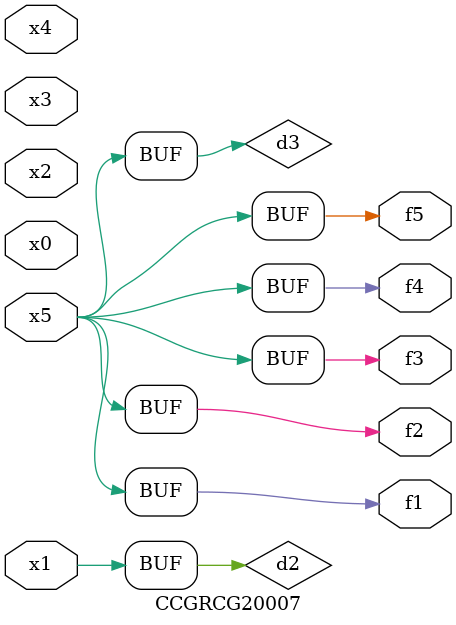
<source format=v>
module CCGRCG20007(
	input x0, x1, x2, x3, x4, x5,
	output f1, f2, f3, f4, f5
);

	wire d1, d2, d3;

	not (d1, x5);
	or (d2, x1);
	xnor (d3, d1);
	assign f1 = d3;
	assign f2 = d3;
	assign f3 = d3;
	assign f4 = d3;
	assign f5 = d3;
endmodule

</source>
